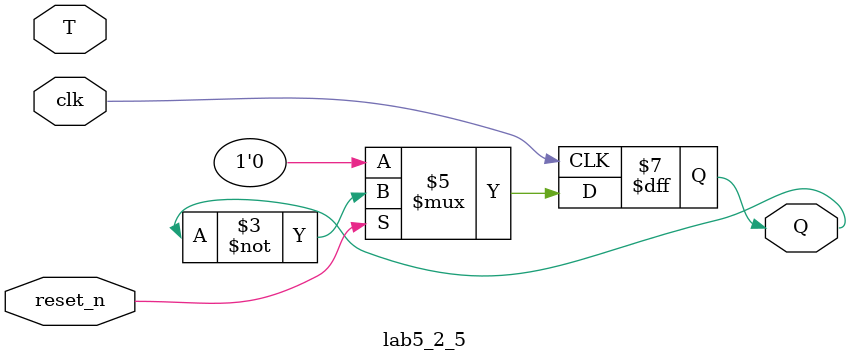
<source format=v>
`timescale 1ns / 1ps


module lab5_2_5(
    input T,
    input reset_n,
    input clk,
    output reg Q
    );
    
    always @ (negedge clk) begin
        if (~reset_n)
            Q <= 0;
        else
            Q <= ~Q;
    end
endmodule

</source>
